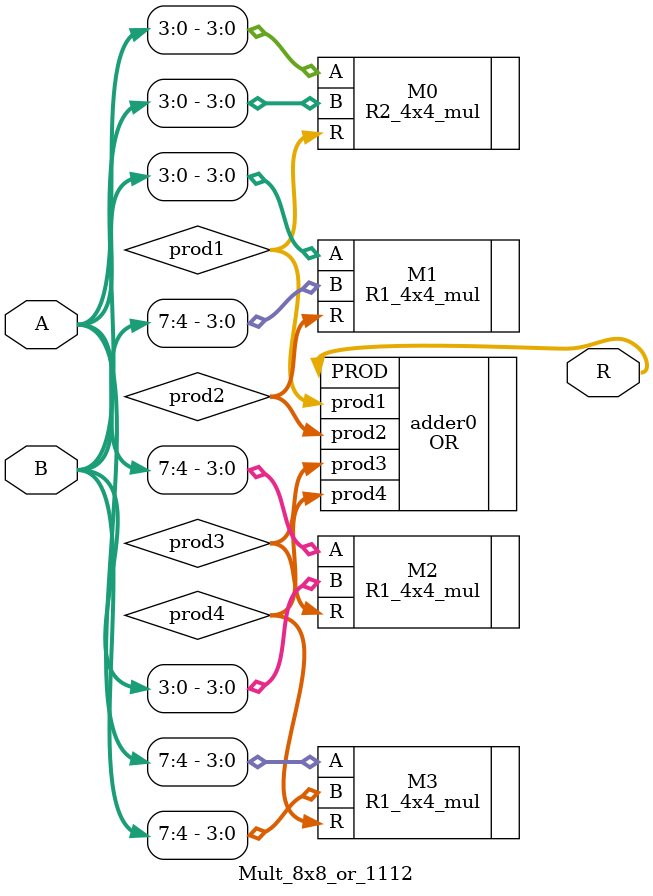
<source format=v>
module Mult_8x8_or_1112(
input [7:0] A,
input [7:0] B,
output [15:0]R
);
wire [7:0]prod1;
wire [7:0]prod2;
wire [7:0]prod3;
wire [7:0]prod4;

R2_4x4_mul M0(.A(A[3:0]),.B(B[3:0]),.R(prod1));
R1_4x4_mul M1(.A(A[3:0]),.B(B[7:4]),.R(prod2));
R1_4x4_mul M2(.A(A[7:4]),.B(B[3:0]),.R(prod3));
R1_4x4_mul M3(.A(A[7:4]),.B(B[7:4]),.R(prod4));
OR adder0(.prod1(prod1),.prod2(prod2),.prod3(prod3),.prod4(prod4),.PROD(R));
endmodule

</source>
